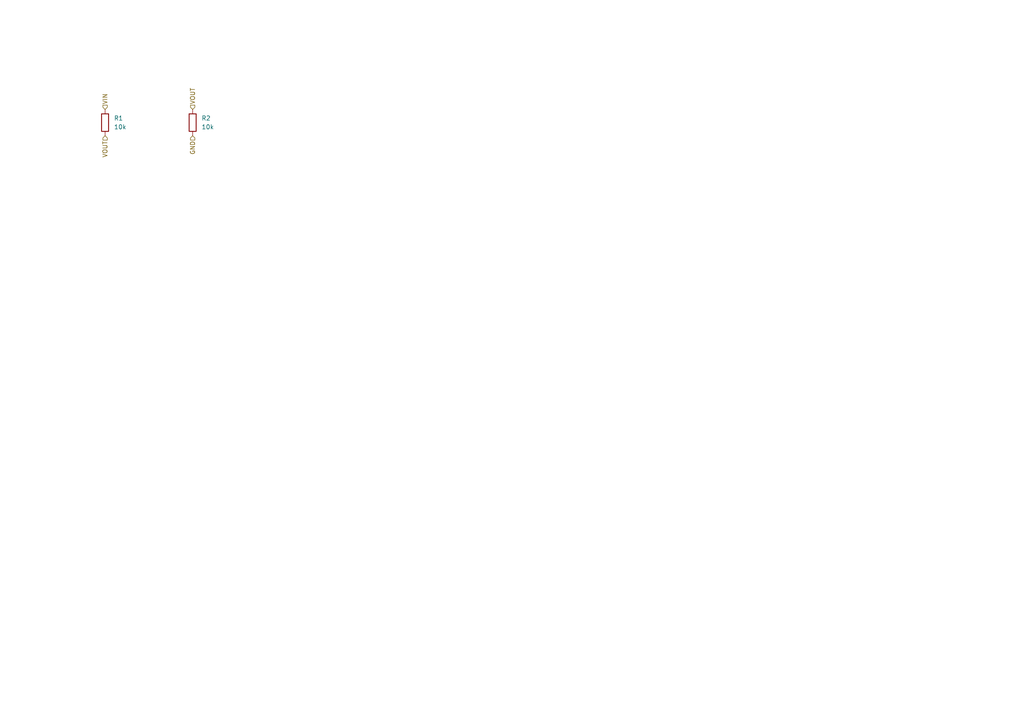
<source format=kicad_sch>
(kicad_sch (version 20250114) (generator "circuit_synth") (generator_version "0.8.36")
  (paper "A4")
  (title_block (title "voltage_divider"))
  (lib_symbols
    (symbol "Device:R" (pin_numbers (hide yes)) (pin_names (offset 0))
      (property "Reference" "R" (at 2.032 0 90))
      (property "Value" "R" (at 0 0 90))
      (symbol "R_0_1"
        (rectangle (start -1.016 -2.54) (end 1.016 2.54) (stroke (width 0.254)))
      )
      (symbol "R_1_1"
        (pin passive line (at 0 3.81 270) (length 1.27) (name "~") (number "1"))
        (pin passive line (at 0 -3.81 90) (length 1.27) (name "~") (number "2"))
      )
    )
  )
  (symbol (lib_id "Device:R") (at 30.48 35.56 0) (unit 1)
    (property "Reference" "R1" (at 33.02 34.2899 0) (effects (justify left)))
    (property "Value" "10k" (at 33.02 36.8299 0) (effects (justify left)))
    (property "Footprint" "Resistor_SMD:R_0603_1608Metric" (effects (hide yes)))
    (property "hierarchy_path" "/483a640f-ab4d-4020-8e89-f863f39690c0" (effects (hide yes)))
    (property "project_name" "voltage_divider" (effects (hide yes)))
    (property "root_uuid" "483a640f-ab4d-4020-8e89-f863f39690c0" (effects (hide yes)))
  )
  (symbol (lib_id "Device:R") (at 55.88 35.56 0) (unit 1)
    (property "Reference" "R2" (at 58.42 34.2899 0) (effects (justify left)))
    (property "Value" "10k" (at 58.42 36.8299 0) (effects (justify left)))
    (property "Footprint" "Resistor_SMD:R_0603_1608Metric" (effects (hide yes)))
    (property "hierarchy_path" "/483a640f-ab4d-4020-8e89-f863f39690c0" (effects (hide yes)))
    (property "project_name" "voltage_divider" (effects (hide yes)))
    (property "root_uuid" "483a640f-ab4d-4020-8e89-f863f39690c0" (effects (hide yes)))
  )
  (hierarchical_label "VIN" (shape input) (at 30.48 31.75 90))
  (hierarchical_label "VOUT" (shape input) (at 30.48 39.37 270))
  (hierarchical_label "VOUT" (shape input) (at 55.88 31.75 90))
  (hierarchical_label "GND" (shape input) (at 55.88 39.37 270))
)
</source>
